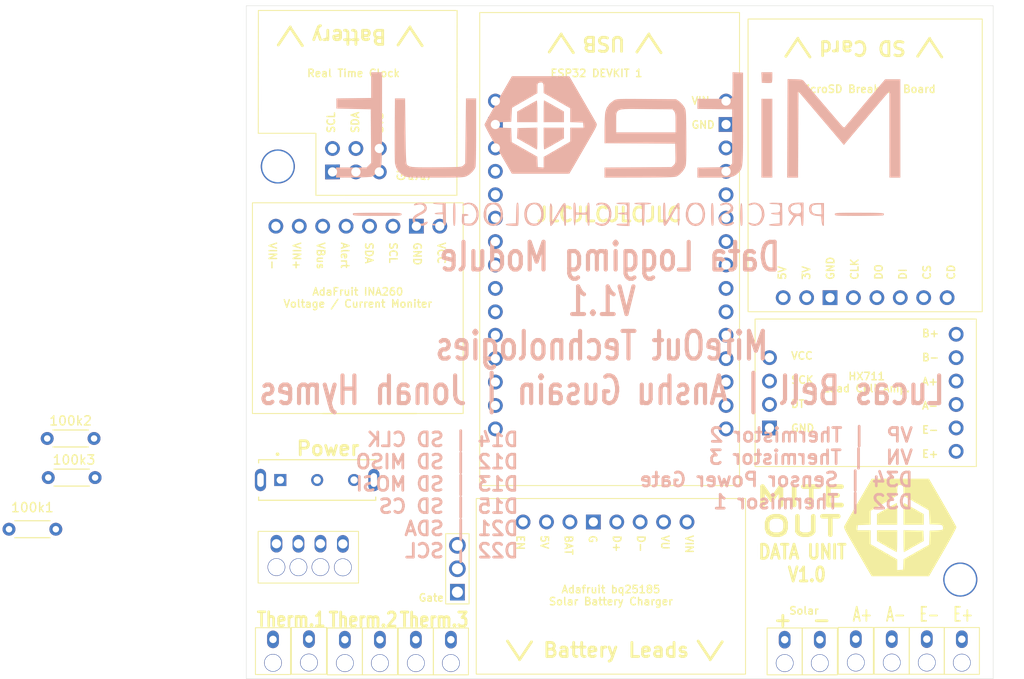
<source format=kicad_pcb>
(kicad_pcb (version 20241229) (generator "pcbnew") (generator_version "9.0")
  (layers (0 "F.Cu" signal) (2 "B.Cu" signal) (13 "F.Paste" user) (15 "B.Paste" user) (5 "F.SilkS" user "F.Silkscreen") (7 "B.SilkS" user "B.Silkscreen") (1 "F.Mask" user) (3 "B.Mask" user) (25 "Edge.Cuts" user))
  (net 0 "")
  (net 1 "+5V")
  (net 2 "Net-(HX711-SCK)")
  (net 5 "Net-(J3-Pin_3)")
  (net 6 "Net-(J3-Pin_6)")
  (net 7 "Net-(J3-Pin_4)")
  (net 8 "Net-(J3-Pin_12)")
  (net 10 "Net-(J3-Pin_2)")
  (net 12 "Net-(J3-Pin_11)")
  (net 13 "Net-(J3-Pin_18)")
  (net 16 "GND")
  (net 19 "Net-(J3-Pin_13)")
  (net 21 "Net-(HX711-DT)")
  (net 31 "Net-(BQ1-Solar_in)")
  (net 34 "Net-(BQ1-5v)")
  (net 35 "Net-(BQ1-Bat_Voltage)")
  (net 37 "Net-(HX711-E+)")
  (net 38 "Net-(HX711-A+)")
  (net 39 "Net-(HX711-E-)")
  (net 40 "Net-(HX711-A-)")
  (net 42 "Net-(HX711-VCC)")
  (net 44 "Net-(INO1-VCC)")
  (footprint "MiteOut:Charger" (layer "F.Cu") (at 83.365 123.39)
    (property "Reference" "BQ1" (hide yes))
    (property "Value" "~")
    (pad "1" thru_hole circle (at 22.86 2.54) (size 1.6 1.6) (drill 1) (layers "*.Cu" "*.Mask") (net 31 "Net-(BQ1-Solar_in)"))
    (pad "2" thru_hole circle (at 20.32 2.54) (size 1.6 1.6) (drill 1) (layers "*.Cu" "*.Mask"))
    (pad "3" thru_hole circle (at 17.78 2.54) (size 1.6 1.6) (drill 1) (layers "*.Cu" "*.Mask"))
    (pad "4" thru_hole circle (at 15.24 2.54) (size 1.6 1.6) (drill 1) (layers "*.Cu" "*.Mask"))
    (pad "5" thru_hole rect (at 12.7 2.54) (size 1.6 1.6) (drill 1) (layers "*.Cu" "*.Mask") (net 16 "GND"))
    (pad "6" thru_hole circle (at 10.16 2.54) (size 1.6 1.6) (drill 1) (layers "*.Cu" "*.Mask") (net 35 "Net-(BQ1-Bat_Voltage)"))
    (pad "7" thru_hole circle (at 7.62 2.54) (size 1.6 1.6) (drill 1) (layers "*.Cu" "*.Mask") (net 34 "Net-(BQ1-5v)"))
    (pad "8" thru_hole circle (at 5.08 2.54) (size 1.6 1.6) (drill 1) (layers "*.Cu" "*.Mask"))
  )
  (footprint "MiteOut:ESP" (layer "F.Cu") (at 111.92 121.985 180)
    (property "Reference" "J3" (hide yes))
    (property "Value" "Conn_02x15_Counter_Clockwise")
    (pad "1" thru_hole circle (at 1.46 6.15 180) (size 1.6 1.6) (drill 1) (layers "*.Cu" "*.Mask"))
    (pad "2" thru_hole circle (at 1.46 8.69 180) (size 1.6 1.6) (drill 1) (layers "*.Cu" "*.Mask") (net 10 "Net-(J3-Pin_2)"))
    (pad "3" thru_hole circle (at 1.46 11.23 180) (size 1.6 1.6) (drill 1) (layers "*.Cu" "*.Mask") (net 5 "Net-(J3-Pin_3)"))
    (pad "4" thru_hole circle (at 1.46 13.77 180) (size 1.6 1.6) (drill 1) (layers "*.Cu" "*.Mask") (net 7 "Net-(J3-Pin_4)"))
    (pad "5" thru_hole circle (at 1.46 16.31 180) (size 1.6 1.6) (drill 1) (layers "*.Cu" "*.Mask"))
    (pad "6" thru_hole circle (at 1.46 18.85 180) (size 1.6 1.6) (drill 1) (layers "*.Cu" "*.Mask") (net 6 "Net-(J3-Pin_6)"))
    (pad "7" thru_hole circle (at 1.46 21.39 180) (size 1.6 1.6) (drill 1) (layers "*.Cu" "*.Mask"))
    (pad "8" thru_hole circle (at 1.46 23.93 180) (size 1.6 1.6) (drill 1) (layers "*.Cu" "*.Mask"))
    (pad "9" thru_hole circle (at 1.46 26.47 180) (size 1.6 1.6) (drill 1) (layers "*.Cu" "*.Mask"))
    (pad "10" thru_hole circle (at 1.46 29.01 180) (size 1.6 1.6) (drill 1) (layers "*.Cu" "*.Mask"))
    (pad "11" thru_hole circle (at 1.46 31.55 180) (size 1.6 1.6) (drill 1) (layers "*.Cu" "*.Mask") (net 12 "Net-(J3-Pin_11)"))
    (pad "12" thru_hole circle (at 1.46 34.09 180) (size 1.6 1.6) (drill 1) (layers "*.Cu" "*.Mask") (net 8 "Net-(J3-Pin_12)"))
    (pad "13" thru_hole circle (at 1.46 36.63 180) (size 1.6 1.6) (drill 1) (layers "*.Cu" "*.Mask") (net 19 "Net-(J3-Pin_13)"))
    (pad "14" thru_hole rect (at 1.46 39.17 180) (size 1.6 1.6) (drill 1) (layers "*.Cu" "*.Mask") (net 16 "GND"))
    (pad "15" thru_hole circle (at 1.46 41.71 180) (size 1.6 1.6) (drill 1) (layers "*.Cu" "*.Mask") (net 1 "+5V"))
    (pad "16" thru_hole circle (at 26.48 41.71 180) (size 1.6 1.6) (drill 1) (layers "*.Cu" "*.Mask"))
    (pad "17" thru_hole rect (at 26.48 39.17 180) (size 1.6 1.6) (drill 1) (layers "*.Cu" "*.Mask") (net 16 "GND"))
    (pad "18" thru_hole circle (at 26.48 36.63 180) (size 1.6 1.6) (drill 1) (layers "*.Cu" "*.Mask") (net 13 "Net-(J3-Pin_18)"))
    (pad "19" thru_hole circle (at 26.48 34.09 180) (size 1.6 1.6) (drill 1) (layers "*.Cu" "*.Mask"))
    (pad "20" thru_hole circle (at 26.48 31.55 180) (size 1.6 1.6) (drill 1) (layers "*.Cu" "*.Mask"))
    (pad "21" thru_hole circle (at 26.48 29.01 180) (size 1.6 1.6) (drill 1) (layers "*.Cu" "*.Mask"))
    (pad "22" thru_hole circle (at 26.48 26.47 180) (size 1.6 1.6) (drill 1) (layers "*.Cu" "*.Mask"))
    (pad "23" thru_hole circle (at 26.48 23.93 180) (size 1.6 1.6) (drill 1) (layers "*.Cu" "*.Mask"))
    (pad "24" thru_hole circle (at 26.48 21.39 180) (size 1.6 1.6) (drill 1) (layers "*.Cu" "*.Mask"))
    (pad "25" thru_hole circle (at 26.48 18.85 180) (size 1.6 1.6) (drill 1) (layers "*.Cu" "*.Mask"))
    (pad "26" thru_hole circle (at 26.48 16.31 180) (size 1.6 1.6) (drill 1) (layers "*.Cu" "*.Mask") (net 21 "Net-(HX711-DT)"))
    (pad "27" thru_hole circle (at 26.48 13.77 180) (size 1.6 1.6) (drill 1) (layers "*.Cu" "*.Mask"))
    (pad "28" thru_hole circle (at 26.48 11.23 180) (size 1.6 1.6) (drill 1) (layers "*.Cu" "*.Mask"))
    (pad "29" thru_hole circle (at 26.48 8.69 180) (size 1.6 1.6) (drill 1) (layers "*.Cu" "*.Mask") (net 2 "Net-(HX711-SCK)"))
    (pad "30" thru_hole circle (at 26.48 6.15 180) (size 1.6 1.6) (drill 1) (layers "*.Cu" "*.Mask"))
  )
  (footprint "MiteOut:INA" (layer "F.Cu") (at 81.9473 114.1689 180)
    (property "Reference" "INO1" (hide yes))
    (property "Value" "~")
    (pad "1" thru_hole circle (at 2.54 20.32 180) (size 1.6 1.6) (drill 1) (layers "*.Cu" "*.Mask") (net 44 "Net-(INO1-VCC)"))
    (pad "2" thru_hole rect (at 5.08 20.32 180) (size 1.6 1.6) (drill 1) (layers "*.Cu" "*.Mask") (net 16 "GND"))
    (pad "3" thru_hole circle (at 7.62 20.32 180) (size 1.6 1.6) (drill 1) (layers "*.Cu" "*.Mask") (net 2 "Net-(HX711-SCK)"))
    (pad "4" thru_hole circle (at 10.16 20.32 180) (size 1.6 1.6) (drill 1) (layers "*.Cu" "*.Mask") (net 21 "Net-(HX711-DT)"))
    (pad "5" thru_hole circle (at 12.7 20.32 180) (size 1.6 1.6) (drill 1) (layers "*.Cu" "*.Mask"))
    (pad "6" thru_hole circle (at 15.24 20.32 180) (size 1.6 1.6) (drill 1) (layers "*.Cu" "*.Mask"))
    (pad "7" thru_hole circle (at 17.78 20.32 180) (size 1.6 1.6) (drill 1) (layers "*.Cu" "*.Mask") (net 35 "Net-(BQ1-Bat_Voltage)"))
    (pad "8" thru_hole circle (at 20.32 20.32 180) (size 1.6 1.6) (drill 1) (layers "*.Cu" "*.Mask") (net 1 "+5V"))
  )
  (footprint "MiteOut:throughole" (layer "F.Cu") (at 114.915 137.43)
    (property "Reference" "H11" (hide yes))
    (property "Value" "MountingHole_Pad_MP" (hide yes))
    (pad "" np_thru_hole circle (at 1.905 3.81) (size 1.905 1.905) (drill 1.8) (layers "*.Cu" "*.Mask"))
    (pad "MP" thru_hole oval (at 1.905 1.27 90) (size 1.905 1.27) (drill 0.8) (layers "*.Cu" "*.Mask") (net 31 "Net-(BQ1-Solar_in)"))
  )
  (footprint "Resistor_THT:R_Axial_DIN0204_L3.6mm_D1.6mm_P5.08mm_Horizontal" (layer "F.Cu") (at 32.68 126.7175)
    (property "Reference" "100k1" (at 2.54 -2.356 0) (layer "F.SilkS"))
    (property "Value" "R")
    (pad "1" thru_hole circle (at 0 0) (size 1.4 1.4) (drill 0.7) (layers "*.Cu" "*.Mask") (net 6 "Net-(J3-Pin_6)"))
    (pad "2" thru_hole oval (at 5.08 0) (size 1.4 1.4) (drill 0.7) (layers "*.Cu" "*.Mask") (net 16 "GND"))
  )
  (footprint "MiteOut:Pins" (layer "F.Cu") (at 59.3 84.83)
    (property "Reference" "REF**" (hide yes))
    (property "Value" "Pins" (hide yes))
    (pad "" np_thru_hole circle (at 2.54 2.54) (size 3.7 3.7) (drill 3.4) (layers "*.Cu" "*.Mask"))
  )
  (footprint "MiteOut:Pins" (layer "F.Cu") (at 133.33 129.64)
    (property "Reference" "REF**" (hide yes))
    (property "Value" "Pins" (hide yes))
    (pad "" np_thru_hole circle (at 2.54 2.54) (size 3.7 3.7) (drill 3.4) (layers "*.Cu" "*.Mask"))
  )
  (footprint "Button_Switch_THT:SW_DIP_SPSTx01_Slide_6.7x4.1mm_W7.62mm_P2.54mm_LowProfile" (layer "F.Cu") (at 59.765 119.17)
    (property "Reference" "SW2" (hide yes))
    (property "Value" "SW_SPST" (hide yes))
    (pad "1" thru_hole rect (at 2.345 2.21) (size 1.308 1.308) (drill 0.8) (layers "*.Cu" "*.Mask") (net 1 "+5V"))
    (pad "2" thru_hole circle (at 6.345 2.21) (size 1.308 1.308) (drill 0.8) (layers "*.Cu" "*.Mask") (net 34 "Net-(BQ1-5v)"))
    (pad "3" thru_hole circle (at 10.345 2.21) (size 1.308 1.308) (drill 0.8) (layers "*.Cu" "*.Mask"))
    (pad "SH1" thru_hole oval (at 0.195 2.21) (size 1.208 2.416) (drill oval 0.7 1.5) (layers "*.Cu" "*.Mask"))
    (pad "SH2" thru_hole oval (at 12.495 2.21) (size 1.208 2.416) (drill oval 0.7 1.5) (layers "*.Cu" "*.Mask"))
  )
  (footprint "Resistor_THT:R_Axial_DIN0204_L3.6mm_D1.6mm_P5.08mm_Horizontal" (layer "F.Cu") (at 36.826 116.8755)
    (property "Reference" "100k2" (at 2.54 -1.92 0) (layer "F.SilkS"))
    (property "Value" "R" (hide yes))
    (pad "1" thru_hole circle (at 0 0) (size 1.4 1.4) (drill 0.7) (layers "*.Cu" "*.Mask") (net 10 "Net-(J3-Pin_2)"))
    (pad "2" thru_hole oval (at 5.08 0) (size 1.4 1.4) (drill 0.7) (layers "*.Cu" "*.Mask") (net 16 "GND"))
  )
  (footprint "MiteOut:throughole" (layer "F.Cu") (at 71.0073 137.4289)
    (property "Reference" "H7" (hide yes))
    (property "Value" "Thermistor 2 Out" (hide yes))
    (pad "" np_thru_hole circle (at 1.905 3.81) (size 1.905 1.905) (drill 1.8) (layers "*.Cu" "*.Mask"))
    (pad "MP" thru_hole oval (at 1.905 1.27 90) (size 1.905 1.27) (drill 0.8) (layers "*.Cu" "*.Mask") (net 10 "Net-(J3-Pin_2)"))
  )
  (footprint "MiteOut:throughole" (layer "F.Cu") (at 118.725 137.43)
    (property "Reference" "H12" (hide yes))
    (property "Value" "Solar -" (hide yes))
    (pad "" np_thru_hole circle (at 1.905 3.81) (size 1.905 1.905) (drill 1.8) (layers "*.Cu" "*.Mask"))
    (pad "MP" thru_hole oval (at 1.905 1.27 90) (size 1.905 1.27) (drill 0.8) (layers "*.Cu" "*.Mask") (net 16 "GND"))
  )
  (footprint "MiteOut:throughole" (layer "F.Cu") (at 134.13 137.38)
    (property "Reference" "H3" (hide yes))
    (property "Value" "LoadCell4" (hide yes))
    (pad "" np_thru_hole circle (at 1.905 3.81) (size 1.905 1.905) (drill 1.8) (layers "*.Cu" "*.Mask"))
    (pad "MP" thru_hole oval (at 1.905 1.27 90) (size 1.905 1.27) (drill 0.8) (layers "*.Cu" "*.Mask") (net 37 "Net-(HX711-E+)"))
  )
  (footprint "MiteOut:throughole" (layer "F.Cu") (at 63.3123 137.3689)
    (property "Reference" "H5" (hide yes))
    (property "Value" "Thermistor 1 Out" (hide yes))
    (pad "" np_thru_hole circle (at 1.905 3.81) (size 1.905 1.905) (drill 1.8) (layers "*.Cu" "*.Mask"))
    (pad "MP" thru_hole oval (at 1.905 1.27 90) (size 1.905 1.27) (drill 0.8) (layers "*.Cu" "*.Mask") (net 6 "Net-(J3-Pin_6)"))
  )
  (footprint "Connector_JST:JST_EH_B4B-EH-A_1x04_P2.50mm_Vertical" (layer "F.Cu") (at 59.715 126.98)
    (property "Reference" "StemmaQT1" (hide yes))
    (property "Value" "Conn_01x04" (hide yes))
    (pad "" np_thru_hole circle (at 1.975 3.85) (size 1.905 1.905) (drill 1.8) (layers "*.Cu" "*.Mask"))
    (pad "" np_thru_hole circle (at 4.36 3.86) (size 1.905 1.905) (drill 1.8) (layers "*.Cu" "*.Mask"))
    (pad "" np_thru_hole circle (at 6.75 3.85) (size 1.905 1.905) (drill 1.8) (layers "*.Cu" "*.Mask"))
    (pad "" np_thru_hole circle (at 9.18 3.87) (size 1.905 1.905) (drill 1.8) (layers "*.Cu" "*.Mask"))
    (pad "MP" thru_hole oval (at 1.975 1.31 90) (size 1.905 1.27) (drill 1) (layers "*.Cu" "*.Mask"))
    (pad "MP" thru_hole oval (at 4.36 1.32 90) (size 1.905 1.27) (drill 1) (layers "*.Cu" "*.Mask"))
    (pad "MP" thru_hole oval (at 6.75 1.31 90) (size 1.905 1.27) (drill 1) (layers "*.Cu" "*.Mask"))
    (pad "MP" thru_hole oval (at 9.18 1.33 90) (size 1.905 1.27) (drill 1) (layers "*.Cu" "*.Mask"))
  )
  (footprint "MiteOut:throughole" (layer "F.Cu") (at 59.4123 137.3989)
    (property "Reference" "H6" (hide yes))
    (property "Value" "Thermistor 1 IN" (hide yes))
    (pad "" np_thru_hole circle (at 1.905 3.81) (size 1.905 1.905) (drill 1.8) (layers "*.Cu" "*.Mask"))
    (pad "MP" thru_hole oval (at 1.905 1.27 90) (size 1.905 1.27) (drill 0.8) (layers "*.Cu" "*.Mask") (net 42 "Net-(HX711-VCC)"))
  )
  (footprint "MiteOut1:miteoutlogo1" (layer "F.Cu") (at 120.860766 128.350334)
    (property "Reference" "G***" (hide yes))
    (property "Value" "LOGO" (hide yes))
  )
  (footprint "MiteOut:throughole" (layer "F.Cu") (at 122.63 137.37)
    (property "Reference" "H2" (hide yes))
    (property "Value" "LoadCell1" (hide yes))
    (pad "" np_thru_hole circle (at 1.905 3.81) (size 1.905 1.905) (drill 1.8) (layers "*.Cu" "*.Mask"))
    (pad "MP" thru_hole oval (at 1.905 1.27 90) (size 1.905 1.27) (drill 0.8) (layers "*.Cu" "*.Mask") (net 38 "Net-(HX711-A+)"))
  )
  (footprint "MiteOut:hx711" (layer "F.Cu") (at 137.71 119.92 180)
    (property "Reference" "HX711" (hide yes))
    (property "Value" "~")
    (pad "1" thru_hole circle (at 2.29 1.65 180) (size 1.6 1.6) (drill 1) (layers "*.Cu" "*.Mask") (net 37 "Net-(HX711-E+)"))
    (pad "2" thru_hole circle (at 2.29 4.19 180) (size 1.6 1.6) (drill 1) (layers "*.Cu" "*.Mask") (net 39 "Net-(HX711-E-)"))
    (pad "3" thru_hole circle (at 2.29 6.73 180) (size 1.6 1.6) (drill 1) (layers "*.Cu" "*.Mask") (net 40 "Net-(HX711-A-)"))
    (pad "4" thru_hole circle (at 2.29 9.27 180) (size 1.6 1.6) (drill 1) (layers "*.Cu" "*.Mask") (net 38 "Net-(HX711-A+)"))
    (pad "5" thru_hole circle (at 2.29 11.81 180) (size 1.6 1.6) (drill 1) (layers "*.Cu" "*.Mask"))
    (pad "6" thru_hole circle (at 2.29 14.35 180) (size 1.6 1.6) (drill 1) (layers "*.Cu" "*.Mask"))
    (pad "7" thru_hole rect (at 22.54 4.19 180) (size 1.6 1.6) (drill 1) (layers "*.Cu" "*.Mask") (net 16 "GND"))
    (pad "8" thru_hole circle (at 22.54 6.73 180) (size 1.6 1.6) (drill 1) (layers "*.Cu" "*.Mask") (net 21 "Net-(HX711-DT)"))
    (pad "9" thru_hole circle (at 22.54 9.27 180) (size 1.6 1.6) (drill 1) (layers "*.Cu" "*.Mask") (net 2 "Net-(HX711-SCK)"))
    (pad "10" thru_hole circle (at 22.54 11.81 180) (size 1.6 1.6) (drill 1) (layers "*.Cu" "*.Mask") (net 42 "Net-(HX711-VCC)"))
  )
  (footprint "MiteOut:throughole" (layer "F.Cu") (at 67.2073 137.4289)
    (property "Reference" "H8" (hide yes))
    (property "Value" "Thermistor 2 IN" (hide yes))
    (pad "" np_thru_hole circle (at 1.905 3.81) (size 1.905 1.905) (drill 1.8) (layers "*.Cu" "*.Mask"))
    (pad "MP" thru_hole oval (at 1.905 1.27 90) (size 1.905 1.27) (drill 0.8) (layers "*.Cu" "*.Mask") (net 42 "Net-(HX711-VCC)"))
  )
  (footprint "MiteOut:throughole" (layer "F.Cu") (at 130.33 137.37)
    (property "Reference" "H4" (hide yes))
    (property "Value" "LoadCell2" (hide yes))
    (pad "" np_thru_hole circle (at 1.905 3.81) (size 1.905 1.905) (drill 1.8) (layers "*.Cu" "*.Mask"))
    (pad "MP" thru_hole oval (at 1.905 1.27 90) (size 1.905 1.27) (drill 0.8) (layers "*.Cu" "*.Mask") (net 39 "Net-(HX711-E-)"))
  )
  (footprint "MiteOut:throughole" (layer "F.Cu") (at 78.7073 137.4289)
    (property "Reference" "H9" (hide yes))
    (property "Value" "Thermistor 3 Out" (hide yes))
    (pad "" np_thru_hole circle (at 1.905 3.81) (size 1.905 1.905) (drill 1.8) (layers "*.Cu" "*.Mask"))
    (pad "MP" thru_hole oval (at 1.905 1.27 90) (size 1.905 1.27) (drill 0.8) (layers "*.Cu" "*.Mask") (net 5 "Net-(J3-Pin_3)"))
  )
  (footprint "Resistor_THT:R_Axial_DIN0204_L3.6mm_D1.6mm_P5.08mm_Horizontal" (layer "F.Cu") (at 36.94 121.1175)
    (property "Reference" "100k3" (at 2.794 -1.92 0) (layer "F.SilkS"))
    (property "Value" "R" (hide yes))
    (pad "1" thru_hole circle (at 0 0) (size 1.4 1.4) (drill 0.7) (layers "*.Cu" "*.Mask") (net 5 "Net-(J3-Pin_3)"))
    (pad "2" thru_hole oval (at 5.08 0) (size 1.4 1.4) (drill 0.7) (layers "*.Cu" "*.Mask") (net 16 "GND"))
  )
  (footprint "MiteOut:SDCard" (layer "F.Cu") (at 138.25 71.375 -90)
    (property "Reference" "U3" (hide yes))
    (property "Value" "~")
    (pad "1" thru_hole circle (at 30.226 3.81 270) (size 1.6 1.6) (drill 1) (layers "*.Cu" "*.Mask"))
    (pad "2" thru_hole circle (at 30.226 6.35 270) (size 1.6 1.6) (drill 1) (layers "*.Cu" "*.Mask") (net 13 "Net-(J3-Pin_18)"))
    (pad "3" thru_hole circle (at 30.226 8.89 270) (size 1.6 1.6) (drill 1) (layers "*.Cu" "*.Mask") (net 19 "Net-(J3-Pin_13)"))
    (pad "4" thru_hole circle (at 30.226 11.43 270) (size 1.6 1.6) (drill 1) (layers "*.Cu" "*.Mask") (net 8 "Net-(J3-Pin_12)"))
    (pad "5" thru_hole circle (at 30.226 13.97 270) (size 1.6 1.6) (drill 1) (layers "*.Cu" "*.Mask") (net 12 "Net-(J3-Pin_11)"))
    (pad "6" thru_hole rect (at 30.226 16.51 270) (size 1.6 1.6) (drill 1) (layers "*.Cu" "*.Mask") (net 16 "GND"))
    (pad "7" thru_hole circle (at 30.226 19.05 270) (size 1.6 1.6) (drill 1) (layers "*.Cu" "*.Mask"))
    (pad "8" thru_hole circle (at 30.226 21.59 270) (size 1.6 1.6) (drill 1) (layers "*.Cu" "*.Mask") (net 42 "Net-(HX711-VCC)"))
  )
  (footprint "MiteOut:Mosfet" (layer "F.Cu") (at 81.3173 125.9289 -90)
    (property "Reference" "Q1" (hide yes))
    (property "Value" "PMOS" (hide yes))
    (pad "D" thru_hole circle (at 5.08 0 270) (size 1.8 1.8) (drill 1.2) (layers "*.Cu" "*.Mask") (net 42 "Net-(HX711-VCC)"))
    (pad "G" thru_hole rect (at 7.62 0 270) (size 1.8 1.6) (drill 1.2) (layers "*.Cu" "*.Mask") (net 7 "Net-(J3-Pin_4)"))
    (pad "S" thru_hole circle (at 2.54 0 270) (size 1.8 1.8) (drill 1.2) (layers "*.Cu" "*.Mask") (net 1 "+5V"))
  )
  (footprint "MiteOut:throughole" (layer "F.Cu") (at 126.53 137.37)
    (property "Reference" "H1" (hide yes))
    (property "Value" "LoadCell3" (hide yes))
    (pad "" np_thru_hole circle (at 1.905 3.81) (size 1.905 1.905) (drill 1.8) (layers "*.Cu" "*.Mask"))
    (pad "MP" thru_hole oval (at 1.905 1.27 90) (size 1.905 1.27) (drill 0.8) (layers "*.Cu" "*.Mask") (net 40 "Net-(HX711-A-)"))
  )
  (footprint "MiteOut:throughole" (layer "F.Cu") (at 74.9073 137.4289)
    (property "Reference" "H10" (hide yes))
    (property "Value" "Thermistor 3 IN" (hide yes))
    (pad "" np_thru_hole circle (at 1.905 3.81) (size 1.905 1.905) (drill 1.8) (layers "*.Cu" "*.Mask"))
    (pad "MP" thru_hole oval (at 1.905 1.27 90) (size 1.905 1.27) (drill 0.8) (layers "*.Cu" "*.Mask") (net 42 "Net-(HX711-VCC)"))
  )
  (footprint "MiteOut:Clock" (layer "F.Cu") (at 81.2615 70.4378 -90)
    (property "Reference" "U1" (hide yes))
    (property "Value" "~")
    (pad "1" thru_hole circle (at 14.9822 10.9515 270.8) (size 1.6 1.6) (drill 1) (layers "*.Cu" "*.Mask") (net 21 "Net-(HX711-DT)"))
    (pad "2" thru_hole circle (at 14.9822 13.4915 270.8) (size 1.6 1.6) (drill 1) (layers "*.Cu" "*.Mask") (net 2 "Net-(HX711-SCK)"))
    (pad "3" thru_hole rect (at 17.5222 13.4915 270.8) (size 1.6 1.6) (drill 1) (layers "*.Cu" "*.Mask") (net 16 "GND"))
    (pad "4" thru_hole circle (at 17.5222 8.4115 270.8) (size 1.6 1.6) (drill 1) (layers "*.Cu" "*.Mask") (net 42 "Net-(HX711-VCC)"))
    (pad "5" thru_hole circle (at 14.9822 8.4115 270.8) (size 1.6 1.6) (drill 1) (layers "*.Cu" "*.Mask"))
    (pad "6" thru_hole circle (at 17.5222 10.9515 270.8) (size 1.6 1.6) (drill 1) (layers "*.Cu" "*.Mask"))
  )
  (footprint "MiteOut1:miteoutlogo1" (layer "B.Cu") (at 98.844666 84.684997 180)
    (property "Reference" "G***" (hide yes))
    (property "Value" "LOGO" (hide yes))
  )
  (gr_line (start 139.43 69.93) (end 58.43 69.93) (stroke (width 0.0381)) (layer "Edge.Cuts"))
  (gr_line (start 139.43 142.93) (end 139.43 69.93) (stroke (width 0.0381)) (layer "Edge.Cuts"))
  (gr_line (start 58.43 69.93) (end 58.43 142.93) (stroke (width 0.0381)) (layer "Edge.Cuts"))
  (gr_line (start 58.43 142.93) (end 139.43 142.93) (stroke (width 0.0381)) (layer "Edge.Cuts"))
  (gr_text "ESP32 DEVKIT 1" (at 91.33 77.73 0) (layer "F.SilkS") (effects (font (size 0.8128 0.8128) (thickness 0.1524) (bold yes)) (justify left bottom)))
  (gr_text "Real Time Clock" (at 64.93 77.73 0) (layer "F.SilkS") (effects (font (size 0.8128 0.8128) (thickness 0.1524) (bold yes)) (justify left bottom)))
  (gr_text "Therm.3\n" (at 74.9073 137.4289 0) (layer "F.SilkS") (effects (font (size 1.524 1.25) (thickness 0.3048) (bold yes)) (justify left bottom)))
  (gr_text "Solar" (at 117.23 136.03 0) (layer "F.SilkS") (effects (font (size 0.8128 0.8128) (thickness 0.1524) (bold yes)) (justify left bottom)))
  (gr_text "VIN\n\nGND\n" (at 106.63 83.33 0) (layer "F.SilkS") (effects (font (size 0.8128 0.8128) (thickness 0.1524) (bold yes)) (justify left bottom)))
  (gr_text "AdaFruit INA260\nVoltage / Current Moniter" (at 70.5173 102.7389 0) (layer "F.SilkS") (effects (font (size 0.8128 0.8128) (thickness 0.1524) (bold yes)) (justify bottom)))
  (gr_text "MITE\nOUT\n" (at 118.63 127.585 0) (layer "F.SilkS") (effects (font (size 2 3) (thickness 0.5) (bold yes)) (justify bottom)))
  (gr_text "SCL\n\nSDA\n\n3V3" (at 73.33 83.83 90) (layer "F.SilkS") (effects (font (size 0.8128 0.8128) (thickness 0.1524) (bold yes)) (justify left bottom)))
  (gr_text "GND\n5V\n5V" (at 78.33 89.03 90) (layer "F.SilkS") (effects (font (size 0.8128 0.8128) (thickness 0.1524) (bold yes)) (justify left bottom)))
  (gr_text "\\/ Battery \\/" (at 77.55 72.396 180) (layer "F.SilkS") (effects (font (size 1.524 1.524) (thickness 0.3048) (bold yes)) (justify left bottom)))
  (gr_text "MicroSD Breakout Board" (at 118.15 79.45 0) (layer "F.SilkS") (effects (font (size 0.8128 0.8128) (thickness 0.1524) (bold yes)) (justify left bottom)))
  (gr_text "\\/ SD Card \\/" (at 133.912 73.624 180) (layer "F.SilkS") (effects (font (size 1.524 1.524) (thickness 0.3048) (bold yes)) (justify left bottom)))
  (gr_text "HX711\nLoad Cell Amp." (at 125.71 111.92 0) (layer "F.SilkS") (effects (font (size 0.8128 0.8128) (thickness 0.1524) (bold yes)) (justify bottom)))
  (gr_text "Therm.2\n" (at 67.2073 137.4289 0) (layer "F.SilkS") (effects (font (size 1.524 1.25) (thickness 0.3048) (bold yes)) (justify left bottom)))
  (gr_text "VIN\n\nVU\n\nD-\n\nD+\n\nG\n\nBAT\n\n5V\n\nEN" (at 87.67 127.28 270) (layer "F.SilkS") (effects (font (size 0.8128 0.8128) (thickness 0.1524) (bold yes)) (justify left bottom)))
  (gr_text "\\/ USB \\/" (at 103.458 73.158 180) (layer "F.SilkS") (effects (font (size 1.524 1.524) (thickness 0.3048) (bold yes)) (justify left bottom)))
  (gr_text "Gate" (at 77.03 134.626 0) (layer "F.SilkS") (effects (font (size 0.8128 0.8128) (thickness 0.1524) (bold yes)) (justify left bottom)))
  (gr_text "VCC\n\nSCK\n\nDT\n\nGND" (at 117.43 116.23 0) (layer "F.SilkS") (effects (font (size 0.8128 0.8128) (thickness 0.1524) (bold yes)) (justify left bottom)))
  (gr_text "\\/ Battery Leads \\/" (at 86.694 140.722 0) (layer "F.SilkS") (effects (font (size 1.524 1.524) (thickness 0.3048) (bold yes)) (justify left bottom)))
  (gr_text "VCC\n\nGND\n\nSCL\n\nSDA\n\nAlert\n\nVBus\n\nVIN+\n\nVIN-" (at 60.786 95.51 270) (layer "F.SilkS") (effects (font (size 0.8128 0.8128) (thickness 0.1524) (bold yes)) (justify left bottom)))
  (gr_text "5V\n\n3V\n\nGND\n\nCLK\n\nDO\n\nDI\n\nCS\n\nCD" (at 135.35 99.75 90) (layer "F.SilkS") (effects (font (size 0.8128 0.8128) (thickness 0.1524) (bold yes)) (justify left bottom)))
  (gr_text "B+\n\nB-\n\nA+\n\nA-\n\nE-\n\nE+" (at 131.63 119.03 0) (layer "F.SilkS") (effects (font (size 0.8128 0.8128) (thickness 0.1524) (bold yes)) (justify left bottom)))
  (gr_text "+  -" (at 118.725 137.43 0) (layer "F.SilkS") (effects (font (size 1.524 1.524) (thickness 0.3048) (bold yes)) (justify bottom)))
  (gr_text "Adafruit bq25185\nSolar Battery Charger" (at 97.97 135.03 0) (layer "F.SilkS") (effects (font (size 0.8128 0.8128) (thickness 0.1524) (bold yes)) (justify bottom)))
  (gr_text "DATA UNIT \nV1.0" (at 119.23 132.53 0) (layer "F.SilkS") (effects (font (size 1.524 1.25) (thickness 0.3048) (bold yes)) (justify bottom)))
  (gr_text "Power" (at 63.71 118.85 0) (layer "F.SilkS") (effects (font (size 1.524 1.524) (thickness 0.3048) (bold yes)) (justify left bottom)))
  (gr_text "A+  A-  E-  E+\n" (at 130.73 135.07 0) (layer "F.SilkS") (effects (font (size 1.524 1) (thickness 0.1875) (bold yes)) (justify top)))
  (gr_text "Therm.1" (at 59.4123 137.3989 0) (layer "F.SilkS") (effects (font (size 1.524 1.25) (thickness 0.2875) (bold yes)) (justify left bottom)))
  (gr_text "JLCJLCJLCJLC" (at 89.742 93.478 0) (layer "F.SilkS") (effects (font (size 1.524 1.524) (thickness 0.3048) (bold yes)) (justify left bottom)))
  (gr_text "D14 | SD CLK\nD12 | SD MISO\nD13 | SD MOSI\nD15 | SD CS\nD21 | SDA\nD22 | SCL" (at 88.092 129.94 0) (layer "B.SilkS") (effects (font (size 1.5 1.5) (thickness 0.3) (bold yes)) (justify left bottom mirror)))
  (gr_text "VP  | Thermistor 2\nVN  | Thermistor 3\nD34 | Sensor Power Gate\nD32 | Thermisor 1\n" (at 130.882 124.63 0) (layer "B.SilkS") (effects (font (size 1.5 1.5) (thickness 0.3) (bold yes)) (justify left bottom mirror)))
  (gr_text "Data Loggimg Module \nV1.1\nMiteOut Technologies\nLucas Bell | Anshu Gusain | Jonah Hymes\n\n" (at 96.982 118.256 0) (layer "B.SilkS") (effects (font (size 3 2.25) (thickness 0.45) (bold yes)) (justify bottom mirror)))
  (segment (start 136.035 138.257) (end 136.035 138.65) (width 0.127) (layer "F.Cu") (net 37))
)
</source>
